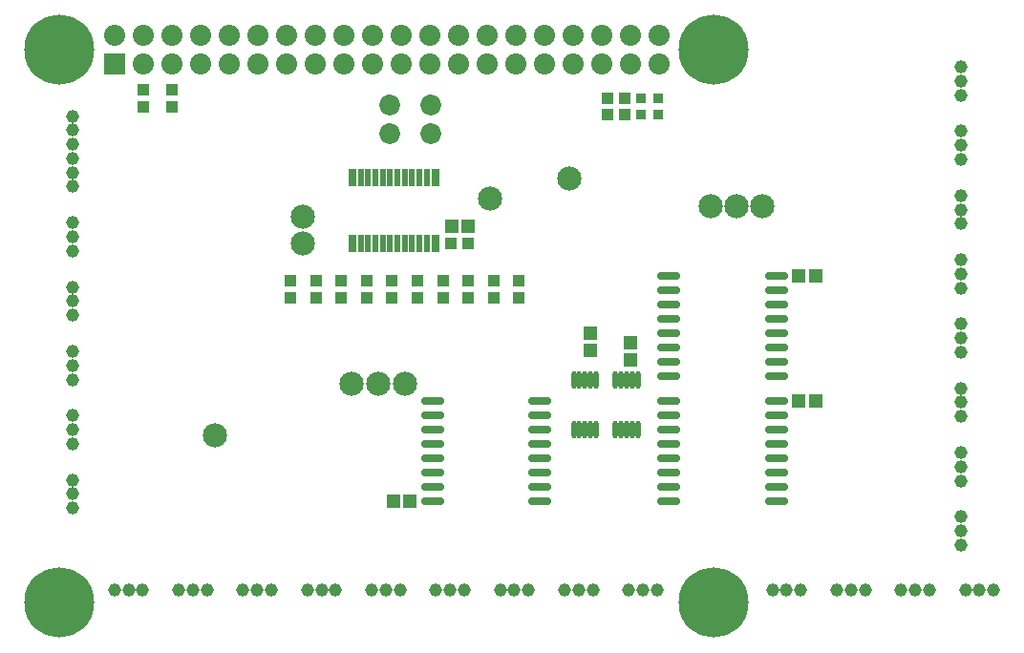
<source format=gts>
G04*
G04 #@! TF.GenerationSoftware,Altium Limited,Altium Designer,20.2.6 (244)*
G04*
G04 Layer_Color=8388736*
%FSLAX25Y25*%
%MOIN*%
G70*
G04*
G04 #@! TF.SameCoordinates,B7C649A0-D185-4167-BDA9-E368864AB92A*
G04*
G04*
G04 #@! TF.FilePolarity,Negative*
G04*
G01*
G75*
%ADD26C,0.08465*%
%ADD27R,0.04528X0.04724*%
%ADD28O,0.08071X0.02953*%
%ADD29O,0.01772X0.06299*%
%ADD30R,0.02953X0.05906*%
%ADD31R,0.02165X0.05906*%
%ADD32R,0.03937X0.04134*%
%ADD33R,0.04134X0.03937*%
%ADD34R,0.03740X0.03740*%
%ADD35R,0.04724X0.04528*%
%ADD36C,0.24410*%
%ADD37C,0.07284*%
%ADD38C,0.04528*%
%ADD39C,0.07382*%
%ADD40R,0.07382X0.07382*%
D26*
X259095Y152166D02*
D03*
X98655Y139276D02*
D03*
X98813Y148370D02*
D03*
X191811Y161772D02*
D03*
X164094Y154921D02*
D03*
X241142Y152166D02*
D03*
X250118D02*
D03*
X134252Y90236D02*
D03*
X125039D02*
D03*
X115827D02*
D03*
X68189Y72126D02*
D03*
D27*
X199134Y101850D02*
D03*
Y107756D02*
D03*
X212913Y104449D02*
D03*
Y98543D02*
D03*
D28*
X226535Y127657D02*
D03*
Y122658D02*
D03*
Y117657D02*
D03*
Y112657D02*
D03*
Y107658D02*
D03*
Y102657D02*
D03*
Y97658D02*
D03*
Y92658D02*
D03*
X263937Y127657D02*
D03*
Y122658D02*
D03*
Y117657D02*
D03*
Y112657D02*
D03*
Y107658D02*
D03*
Y102657D02*
D03*
Y97658D02*
D03*
Y92658D02*
D03*
X226535Y84153D02*
D03*
Y79154D02*
D03*
Y74154D02*
D03*
Y69153D02*
D03*
Y64153D02*
D03*
Y59153D02*
D03*
Y54154D02*
D03*
Y49154D02*
D03*
X263937Y84153D02*
D03*
Y79154D02*
D03*
Y74154D02*
D03*
Y69153D02*
D03*
Y64153D02*
D03*
Y59153D02*
D03*
Y54154D02*
D03*
Y49154D02*
D03*
X181417Y49154D02*
D03*
Y54154D02*
D03*
Y59153D02*
D03*
Y64153D02*
D03*
Y69153D02*
D03*
Y74154D02*
D03*
Y79154D02*
D03*
Y84153D02*
D03*
X144016Y49154D02*
D03*
Y54154D02*
D03*
Y59153D02*
D03*
Y64153D02*
D03*
Y69153D02*
D03*
Y74154D02*
D03*
Y79154D02*
D03*
Y84153D02*
D03*
D29*
X201102Y91536D02*
D03*
X199134D02*
D03*
X197165D02*
D03*
X195197D02*
D03*
X193228D02*
D03*
X201102Y74213D02*
D03*
X199134D02*
D03*
X197165D02*
D03*
X195197D02*
D03*
X193228D02*
D03*
X215669Y91536D02*
D03*
X213701D02*
D03*
X211732D02*
D03*
X209764D02*
D03*
X207795D02*
D03*
X215669Y74213D02*
D03*
X213701D02*
D03*
X211732D02*
D03*
X209764D02*
D03*
X207795D02*
D03*
D30*
X116004Y139272D02*
D03*
X144941D02*
D03*
X116004Y162303D02*
D03*
X144941D02*
D03*
D31*
X118957Y139272D02*
D03*
X121516D02*
D03*
X124075D02*
D03*
X126634D02*
D03*
X129193D02*
D03*
X131752D02*
D03*
X134311D02*
D03*
X136870D02*
D03*
X139429D02*
D03*
X141988D02*
D03*
X118957Y162303D02*
D03*
X124075D02*
D03*
X126634D02*
D03*
X129193D02*
D03*
X131752D02*
D03*
X121516D02*
D03*
X134311D02*
D03*
X136870D02*
D03*
X141988D02*
D03*
X139429D02*
D03*
D32*
X205059Y184213D02*
D03*
X211161D02*
D03*
Y189921D02*
D03*
X205059D02*
D03*
X156398Y139252D02*
D03*
X150295D02*
D03*
D33*
X42913Y186713D02*
D03*
Y192815D02*
D03*
X52953Y186713D02*
D03*
Y192815D02*
D03*
X94449Y126201D02*
D03*
Y120098D02*
D03*
X103307D02*
D03*
Y126201D02*
D03*
X112165D02*
D03*
Y120098D02*
D03*
X121024Y126201D02*
D03*
Y120098D02*
D03*
X129882Y126201D02*
D03*
Y120098D02*
D03*
X138740Y126201D02*
D03*
Y120098D02*
D03*
X147598Y126201D02*
D03*
Y120098D02*
D03*
X156457Y126201D02*
D03*
Y120098D02*
D03*
X165315Y126201D02*
D03*
Y120098D02*
D03*
X174173Y126201D02*
D03*
Y120098D02*
D03*
D34*
X222874Y184213D02*
D03*
X216575D02*
D03*
X222874Y189921D02*
D03*
X216575D02*
D03*
D35*
X277638Y127657D02*
D03*
X271732D02*
D03*
X277638Y84153D02*
D03*
X271732D02*
D03*
X130315Y49134D02*
D03*
X136221D02*
D03*
X156496Y145158D02*
D03*
X150591D02*
D03*
D36*
X242126Y206693D02*
D03*
Y13780D02*
D03*
X13780D02*
D03*
Y206693D02*
D03*
D37*
X143268Y187638D02*
D03*
Y177638D02*
D03*
X129213Y187638D02*
D03*
Y177638D02*
D03*
D38*
X18228Y136496D02*
D03*
Y141417D02*
D03*
Y146339D02*
D03*
Y114055D02*
D03*
Y118976D02*
D03*
Y123898D02*
D03*
Y91614D02*
D03*
Y96535D02*
D03*
Y101457D02*
D03*
Y69173D02*
D03*
Y74094D02*
D03*
Y79016D02*
D03*
Y46732D02*
D03*
Y51653D02*
D03*
Y56575D02*
D03*
X42835Y18228D02*
D03*
X37913D02*
D03*
X32992D02*
D03*
X65276D02*
D03*
X60354D02*
D03*
X55433D02*
D03*
X87717D02*
D03*
X82795D02*
D03*
X77874D02*
D03*
X110158D02*
D03*
X105236D02*
D03*
X100315D02*
D03*
X132598D02*
D03*
X127677D02*
D03*
X122756D02*
D03*
X155039D02*
D03*
X150118D02*
D03*
X145197D02*
D03*
X177480D02*
D03*
X172559D02*
D03*
X167638D02*
D03*
X199921Y18228D02*
D03*
X195000D02*
D03*
X190079D02*
D03*
X222362D02*
D03*
X217441D02*
D03*
X212520D02*
D03*
X272480Y18228D02*
D03*
X267559D02*
D03*
X262638D02*
D03*
X294921D02*
D03*
X290000D02*
D03*
X285079D02*
D03*
X317362D02*
D03*
X312441D02*
D03*
X307520D02*
D03*
X339803D02*
D03*
X334882D02*
D03*
X329961D02*
D03*
X328228Y43661D02*
D03*
Y38740D02*
D03*
Y33819D02*
D03*
X328228Y66102D02*
D03*
Y61181D02*
D03*
Y56260D02*
D03*
Y88583D02*
D03*
Y83661D02*
D03*
Y78740D02*
D03*
Y110984D02*
D03*
Y106063D02*
D03*
Y101142D02*
D03*
Y133425D02*
D03*
Y128504D02*
D03*
Y123583D02*
D03*
Y155866D02*
D03*
Y150945D02*
D03*
Y146024D02*
D03*
X328228Y178307D02*
D03*
Y173386D02*
D03*
Y168465D02*
D03*
Y200748D02*
D03*
Y195827D02*
D03*
Y190905D02*
D03*
X18307Y163937D02*
D03*
Y183622D02*
D03*
Y173779D02*
D03*
Y159016D02*
D03*
Y168858D02*
D03*
Y178701D02*
D03*
D39*
X142953Y201689D02*
D03*
X132953D02*
D03*
X122953D02*
D03*
X112953D02*
D03*
X102953D02*
D03*
X92953D02*
D03*
X82953D02*
D03*
X72953D02*
D03*
X222953D02*
D03*
X212953D02*
D03*
X202953D02*
D03*
X192953D02*
D03*
X182953D02*
D03*
X172953D02*
D03*
X162953D02*
D03*
X152953D02*
D03*
X62953D02*
D03*
X52953D02*
D03*
X42953D02*
D03*
X142953Y211689D02*
D03*
X132953D02*
D03*
X122953D02*
D03*
X112953D02*
D03*
X102953D02*
D03*
X92953D02*
D03*
X82953D02*
D03*
X72953D02*
D03*
X222953D02*
D03*
X212953D02*
D03*
X202953D02*
D03*
X192953D02*
D03*
X182953D02*
D03*
X172953D02*
D03*
X162953D02*
D03*
X152953D02*
D03*
X62953D02*
D03*
X52953D02*
D03*
X42953D02*
D03*
X32953D02*
D03*
D40*
Y201689D02*
D03*
M02*

</source>
